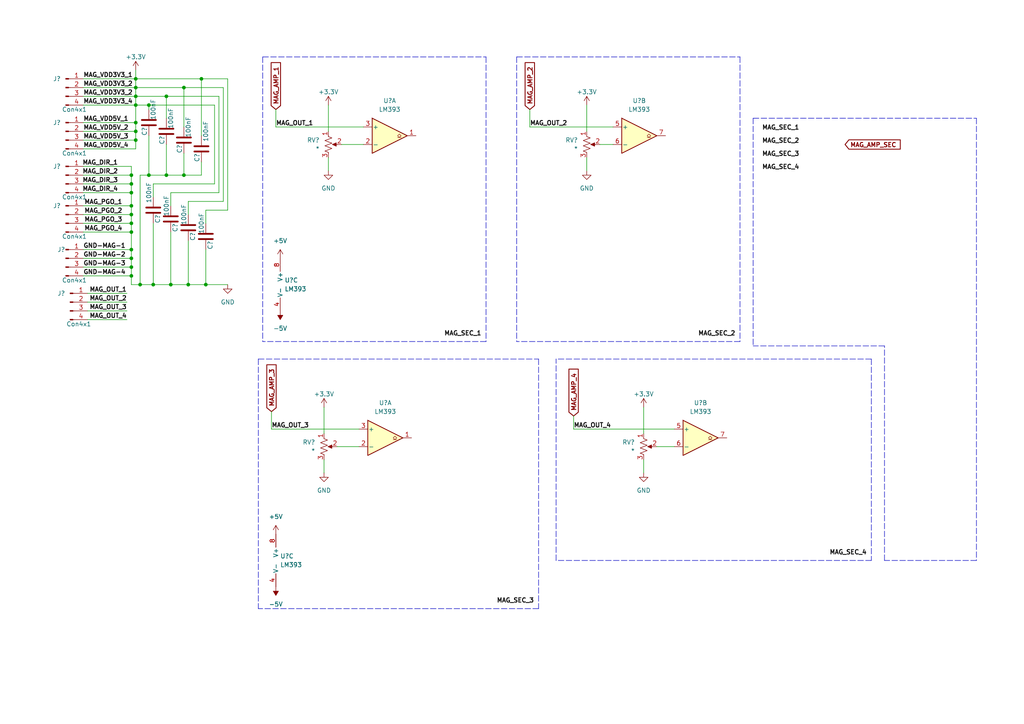
<source format=kicad_sch>
(kicad_sch (version 20211123) (generator eeschema)
  (paper "A4")
  (title_block (title "BUMBLEBEE") (date "2024-01-15") (rev "1.00") (company "ExoFlex") (comment 1 "Bumblebee"))
  (lib_symbols
    (symbol "Comparator:LM393" (pin_names (offset 0.127))
      (property "Reference" "U" (at 3.81 3.81 0))
      (property "Value" "LM393" (at 6.35 -3.81 0))
      (symbol "LM393_1_1"
        (polyline (pts (xy -5.08 5.08) (xy 5.08 0) (xy -5.08 -5.08) (xy -5.08 5.08)) (stroke (width 0.254)) (fill (type background)))
        (polyline (pts (xy 3.302 -0.508) (xy 2.794 -0.508) (xy 3.302 0) (xy 2.794 0.508) (xy 2.286 0) (xy 2.794 -0.508) (xy 2.286 -0.508)) (stroke (width 0.127)))
        (pin open_collector line (at 7.62 0 180) (length 2.54) (name "~") (number "1"))
        (pin input line (at -7.62 -2.54 0) (length 2.54) (name "-") (number "2"))
        (pin input line (at -7.62 2.54 0) (length 2.54) (name "+") (number "3"))
      )
      (symbol "LM393_2_1"
        (polyline (pts (xy -5.08 5.08) (xy 5.08 0) (xy -5.08 -5.08) (xy -5.08 5.08)) (stroke (width 0.254)) (fill (type background)))
        (polyline (pts (xy 3.302 -0.508) (xy 2.794 -0.508) (xy 3.302 0) (xy 2.794 0.508) (xy 2.286 0) (xy 2.794 -0.508) (xy 2.286 -0.508)) (stroke (width 0.127)))
        (pin input line (at -7.62 2.54 0) (length 2.54) (name "+") (number "5"))
        (pin input line (at -7.62 -2.54 0) (length 2.54) (name "-") (number "6"))
        (pin open_collector line (at 7.62 0 180) (length 2.54) (name "~") (number "7"))
      )
      (symbol "LM393_3_1"
        (pin power_in line (at -2.54 -7.62 90) (length 3.81) (name "V-") (number "4"))
        (pin power_in line (at -2.54 7.62 270) (length 3.81) (name "V+") (number "8"))
      )
    )
    (symbol "Connector:Conn_01x04_Male" (pin_names (offset 1.016) hide)
      (property "Reference" "J" (at 0 5.08 0))
      (property "Value" "Conn_01x04_Male" (at 0 -7.62 0))
      (symbol "Conn_01x04_Male_1_1"
        (polyline (pts (xy 1.27 -5.08) (xy 0.8636 -5.08)) (stroke (width 0.1524)))
        (polyline (pts (xy 1.27 -2.54) (xy 0.8636 -2.54)) (stroke (width 0.1524)))
        (polyline (pts (xy 1.27 0) (xy 0.8636 0)) (stroke (width 0.1524)))
        (polyline (pts (xy 1.27 2.54) (xy 0.8636 2.54)) (stroke (width 0.1524)))
        (rectangle (start 0.8636 -4.953) (end 0 -5.207) (stroke (width 0.1524)) (fill (type outline)))
        (rectangle (start 0.8636 -2.413) (end 0 -2.667) (stroke (width 0.1524)) (fill (type outline)))
        (rectangle (start 0.8636 0.127) (end 0 -0.127) (stroke (width 0.1524)) (fill (type outline)))
        (rectangle (start 0.8636 2.667) (end 0 2.413) (stroke (width 0.1524)) (fill (type outline)))
        (pin passive line (at 5.08 2.54 180) (length 3.81) (name "Pin_1") (number "1"))
        (pin passive line (at 5.08 0 180) (length 3.81) (name "Pin_2") (number "2"))
        (pin passive line (at 5.08 -2.54 180) (length 3.81) (name "Pin_3") (number "3"))
        (pin passive line (at 5.08 -5.08 180) (length 3.81) (name "Pin_4") (number "4"))
      )
    )
    (symbol "Device:C" (pin_numbers hide) (pin_names (offset 0.254))
      (property "Reference" "C" (at 0.635 2.54 0))
      (property "Value" "C" (at 0.635 -2.54 0))
      (symbol "C_0_1"
        (polyline (pts (xy -2.032 -0.762) (xy 2.032 -0.762)) (stroke (width 0.508)))
        (polyline (pts (xy -2.032 0.762) (xy 2.032 0.762)) (stroke (width 0.508)))
      )
      (symbol "C_1_1"
        (pin passive line (at 0 3.81 270) (length 2.794) (name "~") (number "1"))
        (pin passive line (at 0 -3.81 90) (length 2.794) (name "~") (number "2"))
      )
    )
    (symbol "Device:R_Potentiometer_US" (pin_names (offset 1.016) hide)
      (property "Reference" "RV" (at -4.445 0 90))
      (property "Value" "R_Potentiometer_US" (at -2.54 0 90))
      (symbol "R_Potentiometer_US_0_1"
        (polyline (pts (xy 0 -2.286) (xy 0 -2.54)))
        (polyline (pts (xy 0 2.54) (xy 0 2.286)))
        (polyline (pts (xy 2.54 0) (xy 1.524 0)))
        (polyline (pts (xy 1.143 0) (xy 2.286 0.508) (xy 2.286 -0.508) (xy 1.143 0)) (fill (type outline)))
        (polyline (pts (xy 0 -0.762) (xy 1.016 -1.143) (xy 0 -1.524) (xy -1.016 -1.905) (xy 0 -2.286)))
        (polyline (pts (xy 0 0.762) (xy 1.016 0.381) (xy 0 0) (xy -1.016 -0.381) (xy 0 -0.762)))
        (polyline (pts (xy 0 2.286) (xy 1.016 1.905) (xy 0 1.524) (xy -1.016 1.143) (xy 0 0.762)))
      )
      (symbol "R_Potentiometer_US_1_1"
        (pin passive line (at 0 3.81 270) (length 1.27) (name "1") (number "1"))
        (pin passive line (at 3.81 0 180) (length 1.27) (name "2") (number "2"))
        (pin passive line (at 0 -3.81 90) (length 1.27) (name "3") (number "3"))
      )
    )
    (symbol "power:+3.3V" (power) (pin_names (offset 0))
      (property "Value" "+3.3V" (at 0 3.556 0))
      (symbol "+3.3V_0_1"
        (polyline (pts (xy -0.762 1.27) (xy 0 2.54)))
        (polyline (pts (xy 0 0) (xy 0 2.54)))
        (polyline (pts (xy 0 2.54) (xy 0.762 1.27)))
      )
      (symbol "+3.3V_1_1"
        (pin power_in line (at 0 0 90) (length 0) hide (name "+3.3V") (number "1"))
      )
    )
    (symbol "power:+5V" (power) (pin_names (offset 0))
      (property "Value" "+5V" (at 0 3.556 0))
      (symbol "+5V_0_1"
        (polyline (pts (xy -0.762 1.27) (xy 0 2.54)))
        (polyline (pts (xy 0 0) (xy 0 2.54)))
        (polyline (pts (xy 0 2.54) (xy 0.762 1.27)))
      )
      (symbol "+5V_1_1"
        (pin power_in line (at 0 0 90) (length 0) hide (name "+5V") (number "1"))
      )
    )
    (symbol "power:-5V" (power) (pin_names (offset 0))
      (property "Value" "-5V" (at 0 3.81 0))
      (symbol "-5V_0_0"
        (pin power_in line (at 0 0 90) (length 0) hide (name "-5V") (number "1"))
      )
      (symbol "-5V_0_1"
        (polyline (pts (xy 0 0) (xy 0 1.27) (xy 0.762 1.27) (xy 0 2.54) (xy -0.762 1.27) (xy 0 1.27)) (fill (type outline)))
      )
    )
    (symbol "power:GND" (power) (pin_names (offset 0))
      (property "Value" "GND" (at 0 -3.81 0))
      (symbol "GND_0_1"
        (polyline (pts (xy 0 0) (xy 0 -1.27) (xy 1.27 -1.27) (xy 0 -2.54) (xy -1.27 -1.27) (xy 0 -1.27)))
      )
      (symbol "GND_1_1"
        (pin power_in line (at 0 0 270) (length 0) hide (name "GND") (number "1"))
      )
    )
  )
  (junction (at 38.1 74.93))
  (junction (at 53.34 50.8))
  (junction (at 38.1 59.69))
  (junction (at 38.1 50.8))
  (junction (at 54.61 82.55))
  (junction (at 39.37 27.94))
  (junction (at 43.18 50.8))
  (junction (at 38.1 77.47))
  (junction (at 38.1 53.34))
  (junction (at 44.45 82.55))
  (junction (at 39.37 38.1))
  (junction (at 39.37 22.86))
  (junction (at 38.1 62.23))
  (junction (at 38.1 80.01))
  (junction (at 39.37 25.4))
  (junction (at 48.26 50.8))
  (junction (at 38.1 64.77))
  (junction (at 48.26 27.94))
  (junction (at 43.18 30.48))
  (junction (at 38.1 55.88))
  (junction (at 39.37 35.56))
  (junction (at 39.37 30.48))
  (junction (at 38.1 72.39))
  (junction (at 58.42 22.86))
  (junction (at 53.34 25.4))
  (junction (at 59.69 82.55))
  (junction (at 39.37 40.64))
  (junction (at 38.1 67.31))
  (junction (at 40.64 82.55))
  (junction (at 49.53 82.55))
  (wire (pts (xy 44.45 82.55) (xy 49.53 82.55)))
  (wire (pts (xy 39.37 25.4) (xy 39.37 27.94)))
  (wire (pts (xy 39.37 22.86) (xy 58.42 22.86)))
  (wire (pts (xy 39.37 35.56) (xy 39.37 38.1)))
  (wire (pts (xy 53.34 25.4) (xy 64.77 25.4)))
  (wire (pts (xy 43.18 39.37) (xy 43.18 50.8)))
  (wire (pts (xy 38.1 80.01) (xy 38.1 82.55)))
  (wire (pts (xy 78.74 124.46) (xy 104.14 124.46)))
  (polyline (pts (xy 161.29 162.56) (xy 161.29 104.14)))
  (wire (pts (xy 170.18 30.48) (xy 170.18 38.1)))
  (polyline (pts (xy 74.93 104.14) (xy 156.21 104.14)))
  (wire (pts (xy 40.64 50.8) (xy 40.64 82.55)))
  (wire (pts (xy 53.34 25.4) (xy 53.34 36.83)))
  (wire (pts (xy 166.37 120.65) (xy 166.37 124.46)))
  (wire (pts (xy 24.13 67.31) (xy 38.1 67.31)))
  (wire (pts (xy 78.74 119.38) (xy 78.74 124.46)))
  (wire (pts (xy 104.14 129.54) (xy 97.79 129.54)))
  (polyline (pts (xy 214.63 16.51) (xy 214.63 99.06)))
  (wire (pts (xy 186.69 118.11) (xy 186.69 125.73)))
  (wire (pts (xy 39.37 38.1) (xy 39.37 40.64)))
  (wire (pts (xy 80.01 36.83) (xy 80.01 31.75)))
  (polyline (pts (xy 218.44 34.29) (xy 218.44 100.33)))
  (wire (pts (xy 58.42 50.8) (xy 53.34 50.8)))
  (polyline (pts (xy 214.63 99.06) (xy 149.86 99.06)))
  (wire (pts (xy 48.26 27.94) (xy 63.5 27.94)))
  (polyline (pts (xy 140.97 16.51) (xy 140.97 99.06)))
  (wire (pts (xy 63.5 27.94) (xy 63.5 55.88)))
  (polyline (pts (xy 156.21 104.14) (xy 156.21 176.53)))
  (wire (pts (xy 186.69 133.35) (xy 186.69 137.16)))
  (wire (pts (xy 25.4 90.17) (xy 36.83 90.17)))
  (wire (pts (xy 95.25 45.72) (xy 95.25 49.53)))
  (wire (pts (xy 59.69 82.55) (xy 66.04 82.55)))
  (wire (pts (xy 99.06 41.91) (xy 105.41 41.91)))
  (wire (pts (xy 66.04 60.96) (xy 66.04 22.86)))
  (wire (pts (xy 59.69 72.39) (xy 59.69 82.55)))
  (wire (pts (xy 24.13 48.26) (xy 38.1 48.26)))
  (wire (pts (xy 39.37 27.94) (xy 48.26 27.94)))
  (wire (pts (xy 53.34 44.45) (xy 53.34 50.8)))
  (wire (pts (xy 59.69 60.96) (xy 66.04 60.96)))
  (wire (pts (xy 93.98 133.35) (xy 93.98 137.16)))
  (polyline (pts (xy 256.54 100.33) (xy 218.44 100.33)))
  (wire (pts (xy 53.34 50.8) (xy 48.26 50.8)))
  (wire (pts (xy 58.42 22.86) (xy 58.42 39.37)))
  (wire (pts (xy 62.23 30.48) (xy 62.23 53.34)))
  (wire (pts (xy 24.13 50.8) (xy 38.1 50.8)))
  (polyline (pts (xy 256.54 162.56) (xy 256.54 100.33)))
  (wire (pts (xy 44.45 64.77) (xy 44.45 82.55)))
  (wire (pts (xy 170.18 45.72) (xy 170.18 49.53)))
  (wire (pts (xy 43.18 30.48) (xy 62.23 30.48)))
  (wire (pts (xy 64.77 25.4) (xy 64.77 58.42)))
  (wire (pts (xy 54.61 58.42) (xy 54.61 62.23)))
  (wire (pts (xy 25.4 92.71) (xy 36.83 92.71)))
  (polyline (pts (xy 156.21 176.53) (xy 74.93 176.53)))
  (wire (pts (xy 177.8 41.91) (xy 173.99 41.91)))
  (wire (pts (xy 49.53 55.88) (xy 49.53 59.69)))
  (wire (pts (xy 49.53 82.55) (xy 54.61 82.55)))
  (polyline (pts (xy 218.44 34.29) (xy 283.21 34.29)))
  (polyline (pts (xy 140.97 99.06) (xy 76.2 99.06)))
  (wire (pts (xy 62.23 53.34) (xy 44.45 53.34)))
  (wire (pts (xy 38.1 48.26) (xy 38.1 50.8)))
  (wire (pts (xy 40.64 82.55) (xy 44.45 82.55)))
  (wire (pts (xy 24.13 53.34) (xy 38.1 53.34)))
  (polyline (pts (xy 252.73 162.56) (xy 161.29 162.56)))
  (wire (pts (xy 43.18 30.48) (xy 43.18 31.75)))
  (wire (pts (xy 38.1 59.69) (xy 38.1 62.23)))
  (polyline (pts (xy 252.73 104.14) (xy 161.29 104.14)))
  (wire (pts (xy 38.1 50.8) (xy 38.1 53.34)))
  (wire (pts (xy 38.1 55.88) (xy 38.1 59.69)))
  (wire (pts (xy 54.61 82.55) (xy 59.69 82.55)))
  (wire (pts (xy 24.13 25.4) (xy 39.37 25.4)))
  (wire (pts (xy 39.37 30.48) (xy 39.37 35.56)))
  (polyline (pts (xy 76.2 16.51) (xy 76.2 99.06)))
  (wire (pts (xy 24.13 35.56) (xy 39.37 35.56)))
  (polyline (pts (xy 283.21 34.29) (xy 283.21 162.56)))
  (wire (pts (xy 24.13 43.18) (xy 39.37 43.18)))
  (wire (pts (xy 39.37 25.4) (xy 53.34 25.4)))
  (wire (pts (xy 63.5 55.88) (xy 49.53 55.88)))
  (wire (pts (xy 40.64 82.55) (xy 38.1 82.55)))
  (wire (pts (xy 24.13 74.93) (xy 38.1 74.93)))
  (polyline (pts (xy 283.21 162.56) (xy 256.54 162.56)))
  (wire (pts (xy 24.13 22.86) (xy 39.37 22.86)))
  (wire (pts (xy 39.37 22.86) (xy 39.37 25.4)))
  (wire (pts (xy 48.26 27.94) (xy 48.26 34.29)))
  (wire (pts (xy 24.13 77.47) (xy 38.1 77.47)))
  (wire (pts (xy 38.1 62.23) (xy 38.1 64.77)))
  (wire (pts (xy 80.01 36.83) (xy 105.41 36.83)))
  (wire (pts (xy 38.1 64.77) (xy 38.1 67.31)))
  (wire (pts (xy 38.1 53.34) (xy 38.1 55.88)))
  (polyline (pts (xy 149.86 16.51) (xy 214.63 16.51)))
  (wire (pts (xy 24.13 55.88) (xy 38.1 55.88)))
  (polyline (pts (xy 74.93 104.14) (xy 74.93 176.53)))
  (wire (pts (xy 38.1 72.39) (xy 38.1 74.93)))
  (wire (pts (xy 64.77 58.42) (xy 54.61 58.42)))
  (wire (pts (xy 195.58 129.54) (xy 190.5 129.54)))
  (wire (pts (xy 39.37 20.32) (xy 39.37 22.86)))
  (polyline (pts (xy 149.86 16.51) (xy 149.86 99.06)))
  (wire (pts (xy 166.37 124.46) (xy 195.58 124.46)))
  (wire (pts (xy 38.1 74.93) (xy 38.1 77.47)))
  (polyline (pts (xy 76.2 16.51) (xy 140.97 16.51)))
  (wire (pts (xy 39.37 30.48) (xy 43.18 30.48)))
  (wire (pts (xy 93.98 118.11) (xy 93.98 125.73)))
  (wire (pts (xy 24.13 27.94) (xy 39.37 27.94)))
  (wire (pts (xy 49.53 67.31) (xy 49.53 82.55)))
  (wire (pts (xy 48.26 50.8) (xy 43.18 50.8)))
  (wire (pts (xy 54.61 69.85) (xy 54.61 82.55)))
  (wire (pts (xy 44.45 53.34) (xy 44.45 57.15)))
  (wire (pts (xy 24.13 62.23) (xy 38.1 62.23)))
  (wire (pts (xy 58.42 46.99) (xy 58.42 50.8)))
  (wire (pts (xy 39.37 40.64) (xy 39.37 43.18)))
  (wire (pts (xy 95.25 30.48) (xy 95.25 38.1)))
  (wire (pts (xy 24.13 59.69) (xy 38.1 59.69)))
  (wire (pts (xy 24.13 72.39) (xy 38.1 72.39)))
  (wire (pts (xy 25.4 87.63) (xy 36.83 87.63)))
  (wire (pts (xy 24.13 38.1) (xy 39.37 38.1)))
  (wire (pts (xy 38.1 77.47) (xy 38.1 80.01)))
  (wire (pts (xy 153.67 36.83) (xy 177.8 36.83)))
  (wire (pts (xy 24.13 64.77) (xy 38.1 64.77)))
  (wire (pts (xy 24.13 30.48) (xy 39.37 30.48)))
  (wire (pts (xy 25.4 85.09) (xy 36.83 85.09)))
  (polyline (pts (xy 252.73 104.14) (xy 252.73 162.56)))
  (wire (pts (xy 24.13 40.64) (xy 39.37 40.64)))
  (wire (pts (xy 39.37 27.94) (xy 39.37 30.48)))
  (wire (pts (xy 24.13 80.01) (xy 38.1 80.01)))
  (wire (pts (xy 48.26 41.91) (xy 48.26 50.8)))
  (wire (pts (xy 59.69 64.77) (xy 59.69 60.96)))
  (wire (pts (xy 153.67 31.75) (xy 153.67 36.83)))
  (wire (pts (xy 66.04 22.86) (xy 58.42 22.86)))
  (wire (pts (xy 40.64 50.8) (xy 43.18 50.8)))
  (wire (pts (xy 38.1 67.31) (xy 38.1 72.39)))
  (text "Tension : 3,3V\nCourant : -\nConnecteur male 2,54, 3x1 et 4x1" (at 303.53 67.31 0) (effects (font (size 2.5 2.5) bold) (justify left bottom)))
  (label "MAG_DIR_2" (at 34.29 50.8 180) (effects (font bold)))
  (label "MAG_PGO_3" (at 35.56 64.77 180) (effects (font bold)))
  (label "MAG_SEC_1" (at 220.98 38.1 0) (effects (font bold)))
  (label "MAG_OUT_1" (at 80.01 36.83 0) (effects (font bold)))
  (label "MAG_SEC_3" (at 220.98 45.72 0) (effects (font bold)))
  (label "MAG_OUT_3" (at 36.83 90.17 180) (effects (font bold)))
  (label "GND-MAG-2" (at 24.13 74.93 0) (effects (font bold)))
  (label "MAG_SEC_2" (at 213.36 97.79 180) (effects (font bold)))
  (label "MAG_VDD3V3_2" (at 24.13 25.4 0) (effects (font bold)))
  (label "MAG_OUT_2" (at 36.83 87.63 180) (effects (font bold)))
  (label "MAG_SEC_4" (at 220.98 49.53 0) (effects (font bold)))
  (label "MAG_VDD5V_2" (at 24.13 38.1 0) (effects (font bold)))
  (label "MAG_PGO_4" (at 35.56 67.31 180) (effects (font bold)))
  (label "MAG_OUT_3" (at 78.74 124.46 0) (effects (font bold)))
  (label "MAG_VDD3V3_1" (at 24.13 22.86 0) (effects (font bold)))
  (label "MAG_VDD5V_4" (at 24.13 43.18 0) (effects (font bold)))
  (label "GND-MAG-3" (at 24.13 77.47 0) (effects (font bold)))
  (label "MAG_VDD3V3_2" (at 24.13 27.94 0) (effects (font bold)))
  (label "MAG_DIR_4" (at 34.29 55.88 180) (effects (font bold)))
  (label "MAG_PGO_2" (at 35.56 62.23 180) (effects (font bold)))
  (label "MAG_OUT_4" (at 36.83 92.71 180) (effects (font bold)))
  (label "GND-MAG-4" (at 24.13 80.01 0) (effects (font bold)))
  (label "MAG_VDD5V_1" (at 24.13 35.56 0) (effects (font bold)))
  (label "GND-MAG-1" (at 24.13 72.39 0) (effects (font bold)))
  (label "MAG_DIR_3" (at 34.29 53.34 180) (effects (font bold)))
  (label "MAG_VDD3V3_4" (at 24.13 30.48 0) (effects (font bold)))
  (label "MAG_SEC_1" (at 139.7 97.79 180) (effects (font bold)))
  (label "MAG_VDD5V_3" (at 24.13 40.64 0) (effects (font bold)))
  (label "MAG_SEC_2" (at 220.98 41.91 0) (effects (font bold)))
  (label "MAG_OUT_4" (at 166.37 124.46 0) (effects (font bold)))
  (label "MAG_OUT_1" (at 36.83 85.09 180) (effects (font bold)))
  (label "MAG_OUT_2" (at 153.67 36.83 0) (effects (font bold)))
  (label "MAG_DIR_1" (at 34.29 48.26 180) (effects (font bold)))
  (label "MAG_PGO_1" (at 35.56 59.69 180) (effects (font bold)))
  (label "MAG_SEC_4" (at 251.46 161.29 180) (effects (font bold)))
  (label "MAG_SEC_3" (at 154.94 175.26 180) (effects (font bold)))
  (global_label "MAG_AMP_2" (shape input) (at 153.67 31.75 90) (effects (font bold)) (property "Intersheet References" "${INTERSHEET_REFS}" (effects hide)))
  (global_label "MAG_AMP_4" (shape input) (at 166.37 120.65 90) (effects (font bold)) (property "Intersheet References" "${INTERSHEET_REFS}" (effects hide)))
  (global_label "MAG_AMP_1" (shape input) (at 80.01 31.75 90) (effects (font bold)) (property "Intersheet References" "${INTERSHEET_REFS}" (effects hide)))
  (global_label "MAG_AMP_3" (shape input) (at 78.74 119.38 90) (effects (font bold)) (property "Intersheet References" "${INTERSHEET_REFS}" (effects hide)))
  (global_label "MAG_AMP_SEC" (shape input) (at 245.11 41.91 0) (effects (font bold)) (property "Intersheet References" "${INTERSHEET_REFS}" (effects hide)))
  (symbol (lib_id "Comparator:LM393") (at 185.42 39.37 0) (unit 2)
    (property "Reference" "U?" (at 185.42 29.21 0))
    (property "Value" "LM393" (at 185.42 31.75 0))
    (property "Datasheet" "http://www.ti.com/lit/ds/symlink/lm393.pdf" (effects hide))
  )
  (symbol (lib_id "Comparator:LM393") (at 111.76 127 0) (unit 1)
    (property "Reference" "U?" (at 111.76 116.84 0))
    (property "Value" "LM393" (at 111.76 119.38 0))
    (property "Datasheet" "http://www.ti.com/lit/ds/symlink/lm393.pdf" (effects hide))
  )
  (symbol (lib_id "power:GND") (at 95.25 49.53 0) (unit 1)
    (property "Reference" "#PWR?" (effects hide))
    (property "Value" "GND" (at 95.25 54.61 0))
  )
  (symbol (lib_id "power:GND") (at 93.98 137.16 0) (unit 1)
    (property "Reference" "#PWR?" (effects hide))
    (property "Value" "GND" (at 93.98 142.24 0))
  )
  (symbol (lib_id "power:GND") (at 170.18 49.53 0) (unit 1)
    (property "Reference" "#PWR?" (effects hide))
    (property "Value" "GND" (at 170.18 54.61 0))
  )
  (symbol (lib_id "Connector:Conn_01x04_Male") (at 19.05 25.4 0) (unit 1)
    (property "Reference" "J?" (at 16.51 22.86 0))
    (property "Value" "Con4x1" (at 21.59 31.75 0))
    (property "Footprint" "Connector_PinSocket_2.54mm:PinSocket_1x04_P2.54mm_Vertical" (effects hide))
  )
  (symbol (lib_id "Comparator:LM393") (at 203.2 127 0) (unit 2)
    (property "Reference" "U?" (at 203.2 116.84 0))
    (property "Value" "LM393" (at 203.2 119.38 0))
    (property "Datasheet" "http://www.ti.com/lit/ds/symlink/lm393.pdf" (effects hide))
  )
  (symbol (lib_id "power:+3.3V") (at 39.37 20.32 0) (unit 1)
    (property "Reference" "#PWR?" (effects hide))
    (property "Value" "+3.3V" (at 39.37 16.51 0))
  )
  (symbol (lib_id "power:-5V") (at 80.01 170.18 180) (unit 1)
    (property "Reference" "#PWR?" (effects hide))
    (property "Value" "-5V" (at 80.01 175.26 0))
  )
  (symbol (lib_id "Device:C") (at 49.53 63.5 0) (mirror x) (unit 1)
    (property "Reference" "C?" (at 50.8 66.04 90))
    (property "Value" "100nF" (at 48.26 59.69 90))
  )
  (symbol (lib_id "Device:R_Potentiometer_US") (at 170.18 41.91 0) (unit 1)
    (property "Reference" "RV?" (at 167.64 40.6399 0) (effects (justify right)))
    (property "Value" "*" (at 167.64 43.1799 0) (effects (justify right)))
  )
  (symbol (lib_id "power:+5V") (at 81.28 74.93 0) (unit 1)
    (property "Reference" "#PWR?" (effects hide))
    (property "Value" "+5V" (at 81.28 69.85 0))
  )
  (symbol (lib_id "Connector:Conn_01x04_Male") (at 19.05 74.93 0) (unit 1)
    (property "Reference" "J?" (at 17.78 72.39 0))
    (property "Value" "Con4x1" (at 21.59 81.28 0))
    (property "Footprint" "Connector_PinSocket_2.54mm:PinSocket_1x04_P2.54mm_Vertical" (effects hide))
  )
  (symbol (lib_id "Device:C") (at 58.42 43.18 0) (unit 1)
    (property "Reference" "C?" (at 57.15 45.72 90))
    (property "Value" "100nF" (at 59.69 38.1 90))
  )
  (symbol (lib_id "Device:C") (at 59.69 68.58 0) (mirror x) (unit 1)
    (property "Reference" "C?" (at 60.96 71.12 90))
    (property "Value" "100nF" (at 58.42 64.77 90))
  )
  (symbol (lib_id "Connector:Conn_01x04_Male") (at 19.05 50.8 0) (unit 1)
    (property "Reference" "J?" (at 16.51 48.26 0))
    (property "Value" "Con4x1" (at 21.59 57.15 0))
    (property "Footprint" "Connector_PinSocket_2.54mm:PinSocket_1x04_P2.54mm_Vertical" (effects hide))
  )
  (symbol (lib_id "Device:C") (at 53.34 40.64 180) (unit 1)
    (property "Reference" "C?" (at 52.07 43.18 90))
    (property "Value" "100nF" (at 54.61 36.83 90))
  )
  (symbol (lib_id "Device:C") (at 48.26 38.1 180) (unit 1)
    (property "Reference" "C?" (at 46.99 40.64 90))
    (property "Value" "100nF" (at 49.53 34.29 90))
  )
  (symbol (lib_id "Connector:Conn_01x04_Male") (at 19.05 38.1 0) (unit 1)
    (property "Reference" "J?" (at 16.51 35.56 0))
    (property "Value" "Con4x1" (at 21.59 44.45 0))
    (property "Footprint" "Connector_PinSocket_2.54mm:PinSocket_1x04_P2.54mm_Vertical" (effects hide))
  )
  (symbol (lib_id "Device:R_Potentiometer_US") (at 186.69 129.54 0) (unit 1)
    (property "Reference" "RV?" (at 184.15 128.2699 0) (effects (justify right)))
    (property "Value" "*" (at 184.15 130.8099 0) (effects (justify right)))
  )
  (symbol (lib_id "power:+3.3V") (at 170.18 30.48 0) (unit 1)
    (property "Reference" "#PWR?" (effects hide))
    (property "Value" "+3.3V" (at 170.18 26.67 0))
  )
  (symbol (lib_id "Comparator:LM393") (at 113.03 39.37 0) (unit 1)
    (property "Reference" "U?" (at 113.03 29.21 0))
    (property "Value" "LM393" (at 113.03 31.75 0))
    (property "Datasheet" "http://www.ti.com/lit/ds/symlink/lm393.pdf" (effects hide))
  )
  (symbol (lib_id "Connector:Conn_01x04_Male") (at 20.32 87.63 0) (unit 1)
    (property "Reference" "J?" (at 17.78 85.09 0))
    (property "Value" "Con4x1" (at 22.86 93.98 0))
    (property "Footprint" "Connector_PinSocket_2.54mm:PinSocket_1x04_P2.54mm_Vertical" (effects hide))
  )
  (symbol (lib_id "power:GND") (at 66.04 82.55 0) (unit 1)
    (property "Reference" "#PWR?" (effects hide))
    (property "Value" "GND" (at 66.04 87.63 0))
  )
  (symbol (lib_id "Device:R_Potentiometer_US") (at 93.98 129.54 0) (unit 1)
    (property "Reference" "RV?" (at 91.44 128.2699 0) (effects (justify right)))
    (property "Value" "*" (at 91.44 130.8099 0) (effects (justify right)))
  )
  (symbol (lib_id "power:GND") (at 186.69 137.16 0) (unit 1)
    (property "Reference" "#PWR?" (effects hide))
    (property "Value" "GND" (at 186.69 142.24 0))
  )
  (symbol (lib_id "Comparator:LM393") (at 82.55 162.56 0) (unit 3)
    (property "Reference" "U?" (at 81.28 161.2899 0) (effects (justify left)))
    (property "Value" "LM393" (at 81.28 163.8299 0) (effects (justify left)))
    (property "Datasheet" "http://www.ti.com/lit/ds/symlink/lm393.pdf" (effects hide))
  )
  (symbol (lib_id "power:+3.3V") (at 93.98 118.11 0) (unit 1)
    (property "Reference" "#PWR?" (effects hide))
    (property "Value" "+3.3V" (at 93.98 114.3 0))
  )
  (symbol (lib_id "power:+3.3V") (at 95.25 30.48 0) (unit 1)
    (property "Reference" "#PWR?" (effects hide))
    (property "Value" "+3.3V" (at 95.25 26.67 0))
  )
  (symbol (lib_id "power:-5V") (at 81.28 90.17 180) (unit 1)
    (property "Reference" "#PWR?" (effects hide))
    (property "Value" "-5V" (at 81.28 95.25 0))
  )
  (symbol (lib_id "power:+5V") (at 80.01 154.94 0) (unit 1)
    (property "Reference" "#PWR?" (effects hide))
    (property "Value" "+5V" (at 80.01 149.86 0))
  )
  (symbol (lib_id "power:+3.3V") (at 186.69 118.11 0) (unit 1)
    (property "Reference" "#PWR?" (effects hide))
    (property "Value" "+3.3V" (at 186.69 114.3 0))
  )
  (symbol (lib_id "Device:C") (at 44.45 60.96 0) (mirror y) (unit 1)
    (property "Reference" "C?" (at 45.72 63.5 90))
    (property "Value" "100nF" (at 43.18 55.88 90))
  )
  (symbol (lib_id "Connector:Conn_01x04_Male") (at 19.05 62.23 0) (unit 1)
    (property "Reference" "J?" (at 16.51 59.69 0))
    (property "Value" "Con4x1" (at 21.59 68.58 0))
    (property "Footprint" "Connector_PinSocket_2.54mm:PinSocket_1x04_P2.54mm_Vertical" (effects hide))
  )
  (symbol (lib_id "Device:R_Potentiometer_US") (at 95.25 41.91 0) (unit 1)
    (property "Reference" "RV?" (at 92.71 40.6399 0) (effects (justify right)))
    (property "Value" "*" (at 92.71 43.1799 0) (effects (justify right)))
  )
  (symbol (lib_id "Comparator:LM393") (at 83.82 82.55 0) (unit 3)
    (property "Reference" "U?" (at 82.55 81.2799 0) (effects (justify left)))
    (property "Value" "LM393" (at 82.55 83.8199 0) (effects (justify left)))
    (property "Datasheet" "http://www.ti.com/lit/ds/symlink/lm393.pdf" (effects hide))
  )
  (symbol (lib_id "Device:C") (at 43.18 35.56 180) (unit 1)
    (property "Reference" "C?" (at 41.91 38.1 90))
    (property "Value" "100nF" (at 44.45 31.75 90))
  )
  (symbol (lib_id "Device:C") (at 54.61 66.04 0) (mirror x) (unit 1)
    (property "Reference" "C?" (at 55.88 68.58 90))
    (property "Value" "100nF" (at 53.34 62.23 90))
  )
)
</source>
